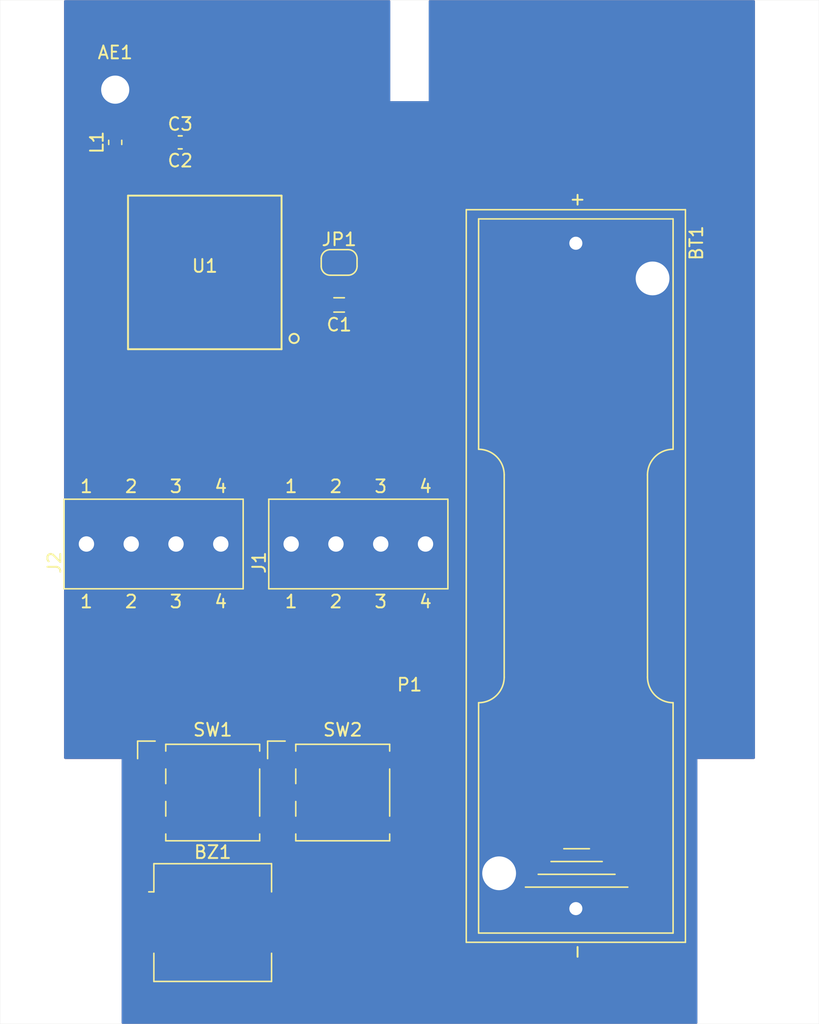
<source format=kicad_pcb>
(kicad_pcb (version 20211014) (generator pcbnew)
  (layers (0 "F.Cu" signal) (31 "B.Cu" signal) (34 "B.Paste" user) (35 "F.Paste" user) (36 "B.SilkS" user "B.Silkscreen") (37 "F.SilkS" user "F.Silkscreen") (38 "B.Mask" user) (39 "F.Mask" user) (44 "Edge.Cuts" user))
  (net 0 "")
  (net 9 "+BATT")
  (net 10 "GND")
  (net 11 "Net-(AE1-Pad1)")
  (net 12 "+3.3V")
  (net 13 "Net-(U1-Pad20)")
  (net 14 "Net-(U1-Pad15)")
  (net 26 "Net-(U1-Pad3)")
  (net 27 "Net-(U1-Pad4)")
  (net 28 "SCL")
  (net 30 "SDA")
  (net 33 "Net-(U1-Pad8)")
  (net 35 "RX")
  (net 36 "TX")
  (net 37 "Net-(U1-Pad11)")
  (net 38 "RX1")
  (net 39 "TX1")
  (net 40 "~{RESET}")
  (net 41 "RX2")
  (net 42 "TX2")
  (net 43 "SCL2")
  (net 44 "~{BOOT}")
  (net 45 "SDA2{slash}MOSI")
  (footprint "MountingHole:MountingHole_2.2mm_M2_DIN965_Pad" (layer "F.Cu") (at 127 67)
    (fp_text reference "AE1" (at 0 -2.9) (layer "F.SilkS"))
    (fp_text value "Antenna")
    (pad "1" thru_hole circle (at 0 0) (size 3.8 3.8) (drill 2.2) (layers *.Cu *.Mask) (net 11 "Net-(AE1-Pad1)"))
  )
  (footprint "Buzzer_Beeper:Buzzer_CUI_CPT-9019S-SMT" (layer "F.Cu") (at 134.62 132.08)
    (fp_text reference "BZ1" (at 0 -5.5) (layer "F.SilkS"))
    (fp_text value "Buzzer")
    (fp_line (start -4.6 -4.6) (end -4.6 -2.4) (layer "F.SilkS") (width 0.12))
    (fp_line (start -4.6 -4.6) (end 4.6 -4.6) (layer "F.SilkS") (width 0.12))
    (fp_line (start 4.6 4.6) (end -4.6 4.6) (layer "F.SilkS") (width 0.12))
    (fp_line (start -4.6 -2.4) (end -5 -2.4) (layer "F.SilkS") (width 0.12))
    (fp_line (start 4.6 2.4) (end 4.6 4.6) (layer "F.SilkS") (width 0.12))
    (fp_line (start 4.6 -4.6) (end 4.6 -2.4) (layer "F.SilkS") (width 0.12))
    (fp_line (start -4.6 2.4) (end -4.6 4.6) (layer "F.SilkS") (width 0.12))
    (pad "1" smd rect (at -4 0) (size 2 4.2) (layers "F.Cu" "F.Paste" "F.Mask") (net 13 "Net-(U1-Pad20)"))
    (pad "2" smd rect (at 4 0) (size 2 4.2) (layers "F.Cu" "F.Paste" "F.Mask") (net 10 "GND"))
  )
  (footprint "Button_Switch_SMD:Nidec_Copal_SH-7040B" (layer "F.Cu") (at 144.78 121.92)
    (fp_text reference "SW2" (at 0 -4.9) (layer "F.SilkS"))
    (fp_text value "SW_Coded_SH-7080")
    (fp_line (start -3.67 3.77) (end 3.67 3.77) (layer "F.SilkS") (width 0.12))
    (fp_line (start -5.87 -2.65) (end -5.87 -4.02) (layer "F.SilkS") (width 0.12))
    (fp_line (start -3.67 -1.84) (end -3.67 -0.7) (layer "F.SilkS") (width 0.12))
    (fp_line (start -3.67 -3.24) (end -3.67 -3.77) (layer "F.SilkS") (width 0.12))
    (fp_line (start 3.67 -1.84) (end 3.67 1.84) (layer "F.SilkS") (width 0.12))
    (fp_line (start -5.87 -4.02) (end -4.5 -4.02) (layer "F.SilkS") (width 0.12))
    (fp_line (start 3.67 -3.77) (end 3.67 -3.24) (layer "F.SilkS") (width 0.12))
    (fp_line (start -3.67 -3.77) (end 3.67 -3.77) (layer "F.SilkS") (width 0.12))
    (fp_line (start -3.67 3.24) (end -3.67 3.77) (layer "F.SilkS") (width 0.12))
    (fp_line (start 3.67 3.77) (end 3.67 3.24) (layer "F.SilkS") (width 0.12))
    (fp_line (start -3.67 0.7) (end -3.67 1.84) (layer "F.SilkS") (width 0.12))
    (pad "1" smd rect (at -4 -2.54) (size 3 1) (layers "F.Cu" "F.Paste" "F.Mask"))
    (pad "2" smd rect (at 4 2.54) (size 3 1) (layers "F.Cu" "F.Paste" "F.Mask"))
    (pad "4" smd rect (at -4 2.54) (size 3 1) (layers "F.Cu" "F.Paste" "F.Mask"))
    (pad "8" smd rect (at 4 -2.54) (size 3 1) (layers "F.Cu" "F.Paste" "F.Mask"))
    (pad "C" smd rect (at -4 0) (size 3 1) (layers "F.Cu" "F.Paste" "F.Mask"))
  )
  (footprint "gray-footprints:connector-4p-3mm5" (layer "F.Cu") (at 130 102.5)
    (fp_text reference "J2" (at -7.75 1.45 90 unlocked) (layer "F.SilkS"))
    (fp_text value "connector-4p-3mm5")
    (fp_text user "2" (at -1.75 4.5 unlocked) (layer "F.SilkS"))
    (fp_text user "1" (at -5.25 4.5 unlocked) (layer "F.SilkS"))
    (fp_text user "4" (at 5.25 4.5 unlocked) (layer "F.SilkS"))
    (fp_text user "2" (at -1.75 -4.5 unlocked) (layer "F.SilkS"))
    (fp_text user "3" (at 1.75 4.5 unlocked) (layer "F.SilkS"))
    (fp_text user "3" (at 1.75 -4.5 unlocked) (layer "F.SilkS"))
    (fp_text user "4" (at 5.25 -4.5 unlocked) (layer "F.SilkS"))
    (fp_text user "1" (at -5.25 -4.5 unlocked) (layer "F.SilkS"))
    (fp_line (start 7 -3.5) (end 7 3.5) (layer "F.SilkS") (width 0.12))
    (fp_line (start -7 -3.5) (end 7 -3.5) (layer "F.SilkS") (width 0.12))
    (fp_line (start 7 3.5) (end -7 3.5) (layer "F.SilkS") (width 0.12))
    (fp_line (start -7 0) (end -7 -3.5) (layer "F.SilkS") (width 0.12))
    (fp_line (start -7 3.5) (end -7 0) (layer "F.SilkS") (width 0.12))
    (pad "1" thru_hole rect (at -5.25 0) (size 2 2) (drill 1.2) (layers *.Cu *.Mask))
    (pad "2" thru_hole circle (at -1.75 0) (size 2 2) (drill 1.2) (layers *.Cu *.Mask))
    (pad "3" thru_hole circle (at 1.75 0) (size 2 2) (drill 1.2) (layers *.Cu *.Mask))
    (pad "4" thru_hole circle (at 5.25 0) (size 2 2) (drill 1.2) (layers *.Cu *.Mask))
  )
  (footprint "Capacitor_SMD:C_0603_1608Metric_Pad1.08x0.95mm_HandSolder" (layer "F.Cu") (at 132.08 71.12)
    (fp_text reference "C3" (at 0 -1.43) (layer "F.SilkS"))
    (fp_text value "C")
    (fp_line (start -0.146267 -0.51) (end 0.146267 -0.51) (layer "F.SilkS") (width 0.12))
    (fp_line (start -0.146267 0.51) (end 0.146267 0.51) (layer "F.SilkS") (width 0.12))
    (pad "1" smd roundrect (at -0.8625 0) (size 1.075 0.95) (layers "F.Cu" "F.Paste" "F.Mask") (net 11 "Net-(AE1-Pad1)"))
    (pad "2" smd roundrect (at 0.8625 0) (size 1.075 0.95) (layers "F.Cu" "F.Paste" "F.Mask") (net 10 "GND"))
  )
  (footprint "Button_Switch_SMD:Nidec_Copal_SH-7040B" (layer "F.Cu") (at 134.62 121.92)
    (fp_text reference "SW1" (at 0 -4.9) (layer "F.SilkS"))
    (fp_text value "SW_Coded_SH-7080")
    (fp_line (start -3.67 3.24) (end -3.67 3.77) (layer "F.SilkS") (width 0.12))
    (fp_line (start 3.67 -3.77) (end 3.67 -3.24) (layer "F.SilkS") (width 0.12))
    (fp_line (start -3.67 -3.77) (end 3.67 -3.77) (layer "F.SilkS") (width 0.12))
    (fp_line (start -3.67 3.77) (end 3.67 3.77) (layer "F.SilkS") (width 0.12))
    (fp_line (start 3.67 3.77) (end 3.67 3.24) (layer "F.SilkS") (width 0.12))
    (fp_line (start -3.67 0.7) (end -3.67 1.84) (layer "F.SilkS") (width 0.12))
    (fp_line (start -5.87 -4.02) (end -4.5 -4.02) (layer "F.SilkS") (width 0.12))
    (fp_line (start -3.67 -3.24) (end -3.67 -3.77) (layer "F.SilkS") (width 0.12))
    (fp_line (start -3.67 -1.84) (end -3.67 -0.7) (layer "F.SilkS") (width 0.12))
    (fp_line (start 3.67 -1.84) (end 3.67 1.84) (layer "F.SilkS") (width 0.12))
    (fp_line (start -5.87 -2.65) (end -5.87 -4.02) (layer "F.SilkS") (width 0.12))
    (pad "1" smd rect (at -4 -2.54) (size 3 1) (layers "F.Cu" "F.Paste" "F.Mask"))
    (pad "2" smd rect (at 4 2.54) (size 3 1) (layers "F.Cu" "F.Paste" "F.Mask"))
    (pad "4" smd rect (at -4 2.54) (size 3 1) (layers "F.Cu" "F.Paste" "F.Mask"))
    (pad "8" smd rect (at 4 -2.54) (size 3 1) (layers "F.Cu" "F.Paste" "F.Mask"))
    (pad "C" smd rect (at -4 0) (size 3 1) (layers "F.Cu" "F.Paste" "F.Mask"))
  )
  (footprint "Inductor_SMD:L_0603_1608Metric" (layer "F.Cu") (at 127 71.12 90)
    (fp_text reference "L1" (at 0 -1.43 90) (layer "F.SilkS"))
    (fp_text value "L")
    (fp_line (start -0.162779 -0.51) (end 0.162779 -0.51) (layer "F.SilkS") (width 0.12))
    (fp_line (start -0.162779 0.51) (end 0.162779 0.51) (layer "F.SilkS") (width 0.12))
    (pad "1" smd roundrect (at -0.7875 0 90) (size 0.875 0.95) (layers "F.Cu" "F.Paste" "F.Mask") (net 14 "Net-(U1-Pad15)"))
    (pad "2" smd roundrect (at 0.7875 0 90) (size 0.875 0.95) (layers "F.Cu" "F.Paste" "F.Mask") (net 11 "Net-(AE1-Pad1)"))
  )
  (footprint "LoRa-E5:LoRa-E5" (layer "F.Cu") (at 134 81.28 180)
    (fp_text reference "U1" (at 0 0.5) (layer "F.SilkS"))
    (fp_text value "LoRa-E5")
    (fp_line (start -6 -6) (end 6 -6) (layer "F.SilkS") (width 0.15))
    (fp_line (start 6 -6) (end 6 6) (layer "F.SilkS") (width 0.15))
    (fp_line (start -6 6) (end -6 -6) (layer "F.SilkS") (width 0.15))
    (fp_line (start 6 6) (end -6 6) (layer "F.SilkS") (width 0.15))
    (fp_circle (center -6.98 -5.16) (end -6.66 -4.99) (layer "F.SilkS") (width 0.15) (fill none))
    (pad "1" smd rect locked (at -6 -3.75 270) (size 1 2.3) (layers "F.Cu" "F.Paste" "F.Mask") (net 12 "+3.3V"))
    (pad "2" smd rect locked (at -6 -2.5 270) (size 1 2.3) (layers "F.Cu" "F.Paste" "F.Mask") (net 10 "GND"))
    (pad "3" smd rect locked (at -6 -1.25 270) (size 1 2.3) (layers "F.Cu" "F.Paste" "F.Mask") (net 26 "Net-(U1-Pad3)"))
    (pad "4" smd rect locked (at -6 0 270) (size 1 2.3) (layers "F.Cu" "F.Paste" "F.Mask") (net 27 "Net-(U1-Pad4)"))
    (pad "5" smd rect locked (at -6 1.25 270) (size 1 2.3) (layers "F.Cu" "F.Paste" "F.Mask") (net 28 "SCL"))
    (pad "6" smd rect locked (at -6 2.5 270) (size 1 2.3) (layers "F.Cu" "F.Paste" "F.Mask") (net 30 "SDA"))
    (pad "7" smd rect locked (at -6 3.75 270) (size 1 2.3) (layers "F.Cu" "F.Paste" "F.Mask"))
    (pad "8" smd rect locked (at -3.75 6) (size 1 2.3) (layers "F.Cu" "F.Paste" "F.Mask") (net 33 "Net-(U1-Pad8)"))
    (pad "9" smd rect locked (at -2.5 6) (size 1 2.3) (layers "F.Cu" "F.Paste" "F.Mask") (net 35 "RX"))
    (pad "10" smd rect locked (at -1.25 6) (size 1 2.3) (layers "F.Cu" "F.Paste" "F.Mask") (net 36 "TX"))
    (pad "11" smd rect locked (at 0 6) (size 1 2.3) (layers "F.Cu" "F.Paste" "F.Mask") (net 37 "Net-(U1-Pad11)"))
    (pad "12" smd rect locked (at 1.25 6) (size 1 2.3) (layers "F.Cu" "F.Paste" "F.Mask") (net 38 "RX1"))
    (pad "13" smd rect locked (at 2.5 6) (size 1 2.3) (layers "F.Cu" "F.Paste" "F.Mask") (net 39 "TX1"))
    (pad "14" smd rect locked (at 3.75 6) (size 1 2.3) (layers "F.Cu" "F.Paste" "F.Mask") (net 10 "GND"))
    (pad "15" smd rect locked (at 6 3.75 90) (size 1 2.3) (layers "F.Cu" "F.Paste" "F.Mask") (net 14 "Net-(U1-Pad15)"))
    (pad "16" smd rect locked (at 6 2.5 90) (size 1 2.3) (layers "F.Cu" "F.Paste" "F.Mask") (net 10 "GND"))
    (pad "17" smd rect locked (at 6 1.25 90) (size 1 2.3) (layers "F.Cu" "F.Paste" "F.Mask") (net 40 "~{RESET}"))
    (pad "18" smd rect locked (at 6 0 90) (size 1 2.3) (layers "F.Cu" "F.Paste" "F.Mask") (net 41 "RX2"))
    (pad "19" smd rect locked (at 6 -1.25 90) (size 1 2.3) (layers "F.Cu" "F.Paste" "F.Mask") (net 42 "TX2"))
    (pad "20" smd rect locked (at 6 -2.5 90) (size 1 2.3) (layers "F.Cu" "F.Paste" "F.Mask") (net 13 "Net-(U1-Pad20)"))
    (pad "21" smd rect locked (at 6 -3.75 90) (size 1 2.3) (layers "F.Cu" "F.Paste" "F.Mask") (net 43 "SCL2"))
    (pad "22" smd rect locked (at 3.75 -6 180) (size 1 2.3) (layers "F.Cu" "F.Paste" "F.Mask") (net 10 "GND"))
    (pad "23" smd rect locked (at 2.5 -6 180) (size 1 2.3) (layers "F.Cu" "F.Paste" "F.Mask"))
    (pad "24" smd rect locked (at 1.25 -6 180) (size 1 2.3) (layers "F.Cu" "F.Paste" "F.Mask") (net 44 "~{BOOT}"))
    (pad "25" smd rect locked (at 0 -6 180) (size 1 2.3) (layers "F.Cu" "F.Paste" "F.Mask"))
    (pad "26" smd rect locked (at -1.25 -6 180) (size 1 2.3) (layers "F.Cu" "F.Paste" "F.Mask"))
    (pad "27" smd rect locked (at -2.5 -6 180) (size 1 2.3) (layers "F.Cu" "F.Paste" "F.Mask") (net 45 "SDA2{slash}MOSI"))
    (pad "28" smd rect locked (at -3.75 -6 180) (size 1 2.3) (layers "F.Cu" "F.Paste" "F.Mask"))
  )
  (footprint "Battery:BatteryHolder_Keystone_2460_1xAA" (layer "F.Cu") (at 163 79 -90)
    (fp_text reference "BT1" (at -0.02 -9.42 90) (layer "F.SilkS"))
    (fp_text value "Battery_Cell")
    (fp_text user "-" (at 55.37 -0.06 90) (layer "F.SilkS"))
    (fp_text user "+" (at -3.4 -0.06 90) (layer "F.SilkS"))
    (fp_line (start -2.62 8.565) (end -2.62 -8.565) (layer "F.SilkS") (width 0.12))
    (fp_line (start 47.31 -1.06) (end 47.31 0.94) (layer "F.SilkS") (width 0.12))
    (fp_line (start 50.31 -4.06) (end 50.31 3.94) (layer "F.SilkS") (width 0.12))
    (fp_line (start 35.9 7.6) (end 53.9 7.6) (layer "F.SilkS") (width 0.12))
    (fp_line (start -1.9 -7.6) (end 16.1 -7.6) (layer "F.SilkS") (width 0.12))
    (fp_line (start 33.9 5.6) (end 18.1 5.6) (layer "F.SilkS") (width 0.12))
    (fp_line (start 49.31 2.94) (end 49.31 -3.06) (layer "F.SilkS") (width 0.12))
    (fp_line (start -1.9 -7.6) (end -1.9 7.6) (layer "F.SilkS") (width 0.12))
    (fp_line (start -1.9 7.6) (end 16.1 7.6) (layer "F.SilkS") (width 0.12))
    (fp_line (start 35.9 -7.6) (end 53.9 -7.6) (layer "F.SilkS") (width 0.12))
    (fp_line (start -2.62 -8.565) (end 54.62 -8.565) (layer "F.SilkS") (width 0.12))
    (fp_line (start 54.62 8.565) (end -2.62 8.565) (layer "F.SilkS") (width 0.12))
    (fp_line (start 48.31 -2.06) (end 48.31 1.94) (layer "F.SilkS") (width 0.12))
    (fp_line (start 18.1 -5.6) (end 33.9 -5.6) (layer "F.SilkS") (width 0.12))
    (fp_line (start 54.62 -8.565) (end 54.62 8.565) (layer "F.SilkS") (width 0.12))
    (fp_line (start 53.9 -7.6) (end 53.9 7.6) (layer "F.SilkS") (width 0.12))
    (fp_arc (start 33.9 5.6) (mid 35.314214 6.185786) (end 35.9 7.6) (layer "F.SilkS") (width 0.12))
    (fp_arc (start 35.9 -7.6) (mid 35.314214 -6.185786) (end 33.9 -5.6) (layer "F.SilkS") (width 0.12))
    (fp_arc (start 16.1 7.6) (mid 16.685786 6.185786) (end 18.1 5.6) (layer "F.SilkS") (width 0.12))
    (fp_arc (start 18.1 -5.6) (mid 16.685786 -6.185786) (end 16.1 -7.6) (layer "F.SilkS") (width 0.12))
    (pad "" np_thru_hole circle (at 49.23 5.995 270) (size 2.64 2.64) (drill 2.64) (layers *.Cu *.Mask))
    (pad "" np_thru_hole circle (at 2.75 -5.995) (size 2.64 2.64) (drill 2.64) (layers *.Cu *.Mask))
    (pad "1" thru_hole rect (at 0 0 90) (size 2 2) (drill 1.02) (layers *.Cu *.Mask) (net 9 "+BATT"))
    (pad "2" thru_hole circle (at 51.99 0 90) (size 2 2) (drill 1.02) (layers *.Cu *.Mask) (net 10 "GND"))
  )
  (footprint "Capacitor_SMD:C_0603_1608Metric_Pad1.08x0.95mm_HandSolder" (layer "F.Cu") (at 132.08 71.12 180)
    (fp_text reference "C2" (at 0 -1.43) (layer "F.SilkS"))
    (fp_text value "C")
    (fp_line (start -0.146267 -0.51) (end 0.146267 -0.51) (layer "F.SilkS") (width 0.12))
    (fp_line (start -0.146267 0.51) (end 0.146267 0.51) (layer "F.SilkS") (width 0.12))
    (pad "1" smd roundrect (at -0.8625 0 180) (size 1.075 0.95) (layers "F.Cu" "F.Paste" "F.Mask") (net 14 "Net-(U1-Pad15)"))
    (pad "2" smd roundrect (at 0.8625 0 180) (size 1.075 0.95) (layers "F.Cu" "F.Paste" "F.Mask") (net 10 "GND"))
  )
  (footprint "Inductor_SMD:L_0805_2012Metric_Pad1.05x1.20mm_HandSolder" (layer "F.Cu") (at 144.5 83.82 180)
    (fp_text reference "C1" (at 0 -1.55) (layer "F.SilkS"))
    (fp_text value "4u7")
    (fp_line (start -0.410242 0.56) (end 0.410242 0.56) (layer "F.SilkS") (width 0.12))
    (fp_line (start -0.410242 -0.56) (end 0.410242 -0.56) (layer "F.SilkS") (width 0.12))
    (pad "1" smd roundrect (at -1.15 0 180) (size 1.05 1.2) (layers "F.Cu" "F.Paste" "F.Mask") (roundrect_rratio 0.238095) (net 12 "+3.3V"))
    (pad "2" smd roundrect (at 1.15 0 180) (size 1.05 1.2) (layers "F.Cu" "F.Paste" "F.Mask") (roundrect_rratio 0.238095) (net 10 "GND"))
  )
  (footprint "Jumper:SolderJumper-2_P1.3mm_Bridged_RoundedPad1.0x1.5mm" (layer "F.Cu") (at 144.5 80.5)
    (fp_text reference "JP1" (at 0 -1.8) (layer "F.SilkS"))
    (fp_text value "SolderJumper_2_Bridged")
    (fp_poly (pts (xy 0.25 -0.3) (xy -0.25 -0.3) (xy -0.25 0.3) (xy 0.25 0.3)) (layer "F.Cu") (width 0) (fill solid))
    (fp_line (start -0.7 -1) (end 0.7 -1) (layer "F.SilkS") (width 0.12))
    (fp_line (start 0.7 1) (end -0.7 1) (layer "F.SilkS") (width 0.12))
    (fp_line (start -1.4 0.3) (end -1.4 -0.3) (layer "F.SilkS") (width 0.12))
    (fp_line (start 1.4 -0.3) (end 1.4 0.3) (layer "F.SilkS") (width 0.12))
    (fp_arc (start -1.4 -0.3) (mid -1.194975 -0.794975) (end -0.7 -1) (layer "F.SilkS") (width 0.12))
    (fp_arc (start -0.7 1) (mid -1.194975 0.794975) (end -1.4 0.3) (layer "F.SilkS") (width 0.12))
    (fp_arc (start 0.7 -1) (mid 1.194975 -0.794975) (end 1.4 -0.3) (layer "F.SilkS") (width 0.12))
    (fp_arc (start 1.4 0.3) (mid 1.194975 0.794975) (end 0.7 1) (layer "F.SilkS") (width 0.12))
    (pad "1" smd custom (at -0.65 0) (size 1 0.5) (layers "F.Cu" "F.Mask") (net 9 "+BATT") (options (clearance outline) (anchor rect)) (primitives (gr_circle (center 0 0.25) (end 0.5 0.25) (width 0) (fill yes)) (gr_circle (center 0 -0.25) (end 0.5 -0.25) (width 0) (fill yes)) (gr_poly (pts (xy 0.5 0.75) (xy 0 0.75) (xy 0 -0.75) (xy 0.5 -0.75)) (width 0) (fill yes))))
    (pad "2" smd custom (at 0.65 0) (size 1 0.5) (layers "F.Cu" "F.Mask") (net 12 "+3.3V") (options (clearance outline) (anchor rect)) (primitives (gr_circle (center 0 0.25) (end 0.5 0.25) (width 0) (fill yes)) (gr_circle (center 0 -0.25) (end 0.5 -0.25) (width 0) (fill yes)) (gr_poly (pts (xy 0 0.75) (xy -0.5 0.75) (xy -0.5 -0.75) (xy 0 -0.75)) (width 0) (fill yes))))
  )
  (footprint "gray-footprints:gray_pcb" (layer "F.Cu") (at 150 100)
    (fp_text reference "P1" (at 0 13.5 180) (layer "F.SilkS"))
    (fp_text value "gray_pcb")
    (fp_poly (pts (xy -1.6 -32) (xy 1.6 -32) (xy 1.6 -39.9) (xy 26.9 -39.9) (xy 26.9 19.2) (xy 22.4 19.2) (xy 22.4 39.9) (xy -22.4 39.9) (xy -22.4 19.2) (xy -26.9 19.2) (xy -26.9 -39.9) (xy -1.6 -39.9)) (layer "F.Cu") (width 0.2) (fill solid))
    (fp_poly (pts (xy 1.6 -32) (xy -1.6 -32) (xy -1.6 -39.9) (xy -26.9 -39.9) (xy -26.9 19.2) (xy -22.4 19.2) (xy -22.4 39.9) (xy 22.4 39.9) (xy 22.4 19.2) (xy 26.9 19.2) (xy 26.9 -39.9) (xy 1.6 -39.9)) (layer "B.Cu") (width 0.2) (fill solid))
    (fp_line (start -32 -40) (end 32 -40) (layer "Edge.Cuts") (width 0.01))
    (fp_line (start -32 40) (end 32 40) (layer "Edge.Cuts") (width 0.01))
    (fp_line (start -32 -40) (end -32 40) (layer "Edge.Cuts") (width 0.01))
    (fp_line (start 32 -40) (end 32 40) (layer "Edge.Cuts") (width 0.01))
    (pad "" np_thru_hole circle (at 27.4 23.85) (size 3.5 3.5) (drill 3.5) (layers F&B.Cu *.Mask))
    (pad "" np_thru_hole circle (at -27 23.85) (size 3.5 3.5) (drill 3.5) (layers F&B.Cu *.Mask))
  )
  (footprint "gray-footprints:connector-4p-3mm5" (layer "F.Cu") (at 146 102.5)
    (fp_text reference "J1" (at -7.75 1.45 90 unlocked) (layer "F.SilkS"))
    (fp_text value "connector-4p-3mm5")
    (fp_text user "3" (at 1.75 -4.5 unlocked) (layer "F.SilkS"))
    (fp_text user "4" (at 5.25 4.5 unlocked) (layer "F.SilkS"))
    (fp_text user "3" (at 1.75 4.5 unlocked) (layer "F.SilkS"))
    (fp_text user "2" (at -1.75 4.5 unlocked) (layer "F.SilkS"))
    (fp_text user "2" (at -1.75 -4.5 unlocked) (layer "F.SilkS"))
    (fp_text user "4" (at 5.25 -4.5 unlocked) (layer "F.SilkS"))
    (fp_text user "1" (at -5.25 -4.5 unlocked) (layer "F.SilkS"))
    (fp_text user "1" (at -5.25 4.5 unlocked) (layer "F.SilkS"))
    (fp_line (start -7 0) (end -7 -3.5) (layer "F.SilkS") (width 0.12))
    (fp_line (start 7 -3.5) (end 7 3.5) (layer "F.SilkS") (width 0.12))
    (fp_line (start 7 3.5) (end -7 3.5) (layer "F.SilkS") (width 0.12))
    (fp_line (start -7 -3.5) (end 7 -3.5) (layer "F.SilkS") (width 0.12))
    (fp_line (start -7 3.5) (end -7 0) (layer "F.SilkS") (width 0.12))
    (pad "1" thru_hole rect (at -5.25 0) (size 2 2) (drill 1.2) (layers *.Cu *.Mask))
    (pad "2" thru_hole circle (at -1.75 0) (size 2 2) (drill 1.2) (layers *.Cu *.Mask))
    (pad "3" thru_hole circle (at 1.75 0) (size 2 2) (drill 1.2) (layers *.Cu *.Mask))
    (pad "4" thru_hole circle (at 5.25 0) (size 2 2) (drill 1.2) (layers *.Cu *.Mask))
  )
)
</source>
